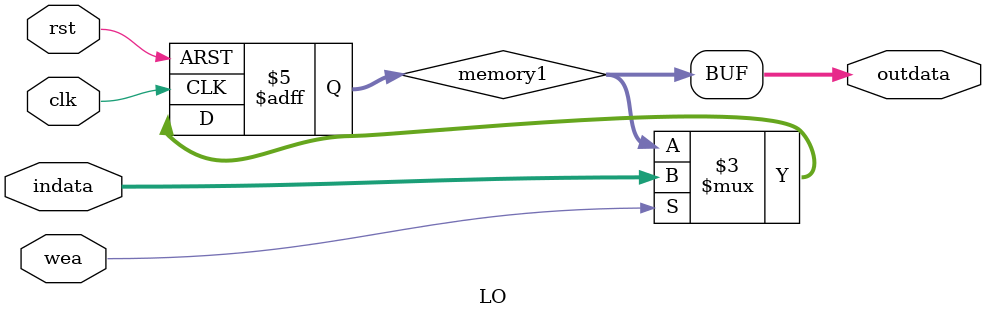
<source format=v>
`timescale 1ns / 1ps


module LO(
input clk,
input rst,
input wea,
input [31:0]indata,
output [31:0]outdata
);
reg [31:0]memory1;
assign outdata=memory1;
always @(posedge clk or posedge rst) 
begin
    if(rst)
    begin
        memory1=32'h0000000;
    end
    else
    begin
        if(wea)
        begin
            memory1=indata;
        end
    end
end
endmodule
</source>
